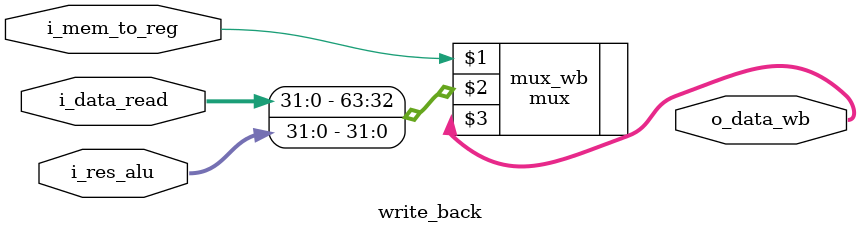
<source format=v>
module write_back #(
    parameter SIZE = 32,
    parameter SIZE_REG_DIR = $clog2(SIZE)
)
(
    input wire i_mem_to_reg,
    input wire [SIZE-1:0] i_data_read,
    input wire [SIZE-1:0] i_res_alu,
    //input wire [SIZE_REG_DIR-1:0] i_reg_dst,
    output wire [SIZE-1:0] o_data_wb
);

    mux #(
        .BITS_ENABLES(1),
        .BUS_SIZE(32)
    ) mux_wb (
        i_mem_to_reg,
        {i_data_read,i_res_alu},
        o_data_wb
    );


endmodule
</source>
